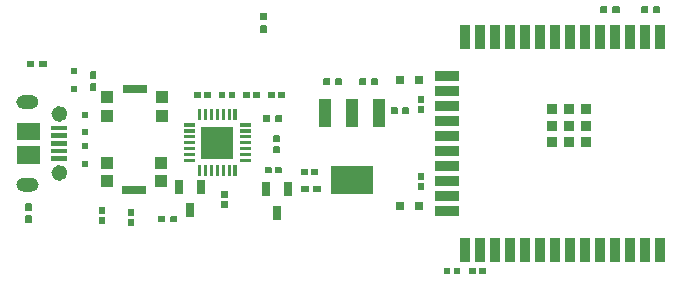
<source format=gtp>
G04 Layer: TopPasteMaskLayer*
G04 EasyEDA Pro v2.1.42.467b0aa0, 2024-01-03 14:17:13*
G04 Gerber Generator version 0.3*
G04 Scale: 100 percent, Rotated: No, Reflected: No*
G04 Dimensions in millimeters*
G04 Leading zeros omitted, absolute positions, 3 integers and 5 decimals*
%FSLAX35Y35*%
%MOMM*%
%ADD10C,0.67501*%
%ADD11R,0.95001X2.1*%
%ADD12R,2.1X0.95001*%
%ADD13R,0.9X0.9*%
%ADD14R,0.98001X2.47*%
%ADD15R,3.59999X2.47*%
%ADD16R,0.6X0.6*%
%ADD17R,0.6X0.6*%
%ADD18R,0.7026X1.25001*%
%ADD19R,0.7X1.25001*%
%ADD20R,0.8X0.8*%
%ADD21R,1.0X1.1*%
%ADD22R,2.0X0.7*%
%ADD23R,1.0X1.1*%
%ADD24R,2.0X0.7*%
G75*


G04 PolygonModel Start*
G36*
G01X4402200Y1348360D02*
G01X4132200Y1348360D01*
G01Y1618360D01*
G01X4402200D01*
G01Y1348360D01*
G37*
G36*
G01X4431185Y1200366D02*
G01X4403184Y1200366D01*
G01Y1290866D01*
G01X4431185D01*
G01Y1200366D01*
G37*
G36*
G01X4381198Y1200366D02*
G01X4353197Y1200366D01*
G01Y1290866D01*
G01X4381198D01*
G01Y1200366D01*
G37*
G36*
G01X4331185Y1200366D02*
G01X4303184Y1200366D01*
G01Y1290866D01*
G01X4331185D01*
G01Y1200366D01*
G37*
G36*
G01X4281198Y1200366D02*
G01X4253197Y1200366D01*
G01Y1290866D01*
G01X4281198D01*
G01Y1200366D01*
G37*
G36*
G01X4231185Y1200366D02*
G01X4203184Y1200366D01*
G01Y1290866D01*
G01X4231185D01*
G01Y1200366D01*
G37*
G36*
G01X4181198Y1200366D02*
G01X4153197Y1200366D01*
G01Y1290866D01*
G01X4181198D01*
G01Y1200366D01*
G37*
G36*
G01X4131186Y1200366D02*
G01X4103185Y1200366D01*
G01Y1290866D01*
G01X4131186D01*
G01Y1200366D01*
G37*
G36*
G01X4074704Y1319373D02*
G01X3984203Y1319373D01*
G01Y1347373D01*
G01X4074704D01*
G01Y1319373D01*
G37*
G36*
G01X4074704Y1369360D02*
G01X3984203Y1369360D01*
G01Y1397361D01*
G01X4074704D01*
G01Y1369360D01*
G37*
G36*
G01X4074704Y1419372D02*
G01X3984203Y1419372D01*
G01Y1447373D01*
G01X4074704D01*
G01Y1419372D01*
G37*
G36*
G01X4074704Y1469360D02*
G01X3984203Y1469360D01*
G01Y1497360D01*
G01X4074704D01*
G01Y1469360D01*
G37*
G36*
G01X4074704Y1519372D02*
G01X3984203Y1519372D01*
G01Y1547373D01*
G01X4074704D01*
G01Y1519372D01*
G37*
G36*
G01X4074704Y1569359D02*
G01X3984203Y1569359D01*
G01Y1597360D01*
G01X4074704D01*
G01Y1569359D01*
G37*
G36*
G01X4074704Y1619372D02*
G01X3984203Y1619372D01*
G01Y1647373D01*
G01X4074704D01*
G01Y1619372D01*
G37*
G36*
G01X4131186Y1675854D02*
G01X4103185Y1675854D01*
G01Y1766354D01*
G01X4131186D01*
G01Y1675854D01*
G37*
G36*
G01X4181198Y1675854D02*
G01X4153197Y1675854D01*
G01Y1766354D01*
G01X4181198D01*
G01Y1675854D01*
G37*
G36*
G01X4231185Y1675854D02*
G01X4203184Y1675854D01*
G01Y1766354D01*
G01X4231185D01*
G01Y1675854D01*
G37*
G36*
G01X4281198Y1675854D02*
G01X4253197Y1675854D01*
G01Y1766354D01*
G01X4281198D01*
G01Y1675854D01*
G37*
G36*
G01X4331185Y1675854D02*
G01X4303184Y1675854D01*
G01Y1766354D01*
G01X4331185D01*
G01Y1675854D01*
G37*
G36*
G01X4381198Y1675854D02*
G01X4353197Y1675854D01*
G01Y1766354D01*
G01X4381198D01*
G01Y1675854D01*
G37*
G36*
G01X4431185Y1675854D02*
G01X4403184Y1675854D01*
G01Y1766354D01*
G01X4431185D01*
G01Y1675854D01*
G37*
G36*
G01X4550192Y1619372D02*
G01X4459691Y1619372D01*
G01Y1647373D01*
G01X4550192D01*
G01Y1619372D01*
G37*
G36*
G01X4550192Y1569359D02*
G01X4459691Y1569359D01*
G01Y1597360D01*
G01X4550192D01*
G01Y1569359D01*
G37*
G36*
G01X4550192Y1519372D02*
G01X4459691Y1519372D01*
G01Y1547373D01*
G01X4550192D01*
G01Y1519372D01*
G37*
G36*
G01X4550192Y1469360D02*
G01X4459691Y1469360D01*
G01Y1497360D01*
G01X4550192D01*
G01Y1469360D01*
G37*
G36*
G01X4550192Y1419372D02*
G01X4459691Y1419372D01*
G01Y1447373D01*
G01X4550192D01*
G01Y1419372D01*
G37*
G36*
G01X4550192Y1369360D02*
G01X4459691Y1369360D01*
G01Y1397361D01*
G01X4550192D01*
G01Y1369360D01*
G37*
G36*
G01X4550192Y1319373D02*
G01X4459691Y1319373D01*
G01Y1347373D01*
G01X4550192D01*
G01Y1319373D01*
G37*
G36*
G01X2693998Y1187460D02*
G02X2693998Y1067468I0J-59996D01*
G01X2623983D01*
G02Y1187460I0J59996D01*
G01X2693998D01*
G37*
G36*
G01X2693998Y1887479D02*
G02X2693998Y1767492I-390J-59994D01*
G01X2623988D01*
G02Y1887479I390J59994D01*
G01X2693998D01*
G37*
G36*
G01X2991985Y1367493D02*
G01X2991985Y1327358D01*
G01X2861948D01*
G01Y1367493D01*
G01X2991985D01*
G37*
G36*
G01X2991985Y1432512D02*
G01X2991985Y1392377D01*
G01X2861948D01*
G01Y1432512D01*
G01X2991985D01*
G37*
G36*
G01X2991963Y1497467D02*
G01X2991963Y1457482D01*
G01X2861970D01*
G01Y1497467D01*
G01X2991963D01*
G37*
G36*
G01X2991985Y1562560D02*
G01X2991985Y1522428D01*
G01X2861948D01*
G01Y1562560D01*
G01X2991985D01*
G37*
G36*
G01X2991985Y1627408D02*
G01X2991985Y1587533D01*
G01X2861948D01*
G01Y1627408D01*
G01X2991985D01*
G37*
G36*
G01X2760970Y1452476D02*
G01X2760970Y1302474D01*
G01X2570978D01*
G01Y1452476D01*
G01X2760970D01*
G37*
G36*
G01X2760993Y1652478D02*
G01X2760993Y1502476D01*
G01X2571001D01*
G01Y1652478D01*
G01X2760993D01*
G37*
G36*
G01X4976678Y1069701D02*
G01X4976678Y1114702D01*
G01X4981677Y1119701D01*
G01X5034676D01*
G01X5039678Y1114702D01*
G01Y1069701D01*
G01X5034676Y1064702D01*
G01X4981677D01*
G01X4976678Y1069701D01*
G37*
G36*
G01X5079677Y1069701D02*
G01X5079677Y1114702D01*
G01X5084676Y1119701D01*
G01X5137676D01*
G01X5142677Y1114702D01*
G01Y1069701D01*
G01X5137676Y1064702D01*
G01X5084676D01*
G01X5079677Y1069701D01*
G37*
G36*
G01X3314840Y883450D02*
G01X3268840Y883450D01*
G01X3264840Y887451D01*
G01Y937514D01*
G01X3268840Y941515D01*
G01X3314840D01*
G01X3318840Y937514D01*
G01Y887451D01*
G01X3314840Y883450D01*
G37*
G36*
G01X3314840Y856450D02*
G01X3268840Y856450D01*
G01X3264840Y852449D01*
G01Y802386D01*
G01X3268840Y798386D01*
G01X3314840D01*
G01X3318840Y802386D01*
G01Y852449D01*
G01X3314840Y856450D01*
G37*
G36*
G01X3561220Y865670D02*
G01X3515220Y865670D01*
G01X3511220Y869671D01*
G01Y919734D01*
G01X3515220Y923735D01*
G01X3561220D01*
G01X3565220Y919734D01*
G01Y869671D01*
G01X3561220Y865670D01*
G37*
G36*
G01X3561220Y838670D02*
G01X3515220Y838670D01*
G01X3511220Y834669D01*
G01Y784606D01*
G01X3515220Y780606D01*
G01X3561220D01*
G01X3565220Y784606D01*
G01Y834669D01*
G01X3561220Y838670D01*
G37*
G36*
G01X4753140Y1226680D02*
G01X4753140Y1272680D01*
G01X4757141Y1276680D01*
G01X4807204D01*
G01X4811205Y1272680D01*
G01Y1226680D01*
G01X4807204Y1222680D01*
G01X4757141D01*
G01X4753140Y1226680D01*
G37*
G36*
G01X4726140Y1226680D02*
G01X4726140Y1272680D01*
G01X4722139Y1276680D01*
G01X4672076D01*
G01X4668076Y1272680D01*
G01Y1226680D01*
G01X4672076Y1222680D01*
G01X4722139D01*
G01X4726140Y1226680D01*
G37*
G36*
G01X4305160Y992340D02*
G01X4351160Y992340D01*
G01X4355160Y988339D01*
G01Y938276D01*
G01X4351160Y934276D01*
G01X4305160D01*
G01X4301160Y938276D01*
G01Y988339D01*
G01X4305160Y992340D01*
G37*
G36*
G01X4305160Y1019340D02*
G01X4351160Y1019340D01*
G01X4355160Y1023341D01*
G01Y1073404D01*
G01X4351160Y1077405D01*
G01X4305160D01*
G01X4301160Y1073404D01*
G01Y1023341D01*
G01X4305160Y1019340D01*
G37*
G36*
G01X5036020Y1257440D02*
G01X5036020Y1211440D01*
G01X5032019Y1207440D01*
G01X4981956D01*
G01X4977956Y1211440D01*
G01Y1257440D01*
G01X4981956Y1261440D01*
G01X5032019D01*
G01X5036020Y1257440D01*
G37*
G36*
G01X5063020Y1257440D02*
G01X5063020Y1211440D01*
G01X5067021Y1207440D01*
G01X5117084D01*
G01X5121085Y1211440D01*
G01Y1257440D01*
G01X5117084Y1261440D01*
G01X5067021D01*
G01X5063020Y1257440D01*
G37*
G36*
G01X4126700Y1912760D02*
G01X4126700Y1866760D01*
G01X4122699Y1862760D01*
G01X4072636D01*
G01X4068636Y1866760D01*
G01Y1912760D01*
G01X4072636Y1916760D01*
G01X4122699D01*
G01X4126700Y1912760D01*
G37*
G36*
G01X4153700Y1912760D02*
G01X4153700Y1866760D01*
G01X4157701Y1862760D01*
G01X4207764D01*
G01X4211765Y1866760D01*
G01Y1912760D01*
G01X4207764Y1916760D01*
G01X4157701D01*
G01X4153700Y1912760D01*
G37*
G36*
G01X4570260Y1866760D02*
G01X4570260Y1912760D01*
G01X4574261Y1916760D01*
G01X4624324D01*
G01X4628325Y1912760D01*
G01Y1866760D01*
G01X4624324Y1862760D01*
G01X4574261D01*
G01X4570260Y1866760D01*
G37*
G36*
G01X4543260Y1866760D02*
G01X4543260Y1912760D01*
G01X4539259Y1916760D01*
G01X4489196D01*
G01X4485196Y1912760D01*
G01Y1866760D01*
G01X4489196Y1862760D01*
G01X4539259D01*
G01X4543260Y1866760D01*
G37*
G36*
G01X4751540Y1912760D02*
G01X4751540Y1866760D01*
G01X4747539Y1862760D01*
G01X4697476D01*
G01X4693476Y1866760D01*
G01Y1912760D01*
G01X4697476Y1916760D01*
G01X4747539D01*
G01X4751540Y1912760D01*
G37*
G36*
G01X4778540Y1912760D02*
G01X4778540Y1866760D01*
G01X4782541Y1862760D01*
G01X4832604D01*
G01X4836605Y1866760D01*
G01Y1912760D01*
G01X4832604Y1916760D01*
G01X4782541D01*
G01X4778540Y1912760D01*
G37*
G36*
G01X4334980Y1912760D02*
G01X4334980Y1866760D01*
G01X4330979Y1862760D01*
G01X4280916D01*
G01X4276916Y1866760D01*
G01Y1912760D01*
G01X4280916Y1916760D01*
G01X4330979D01*
G01X4334980Y1912760D01*
G37*
G36*
G01X4361980Y1912760D02*
G01X4361980Y1866760D01*
G01X4365981Y1862760D01*
G01X4416044D01*
G01X4420045Y1866760D01*
G01Y1912760D01*
G01X4416044Y1916760D01*
G01X4365981D01*
G01X4361980Y1912760D01*
G37*
G36*
G01X3928562Y858159D02*
G01X3928562Y813158D01*
G01X3923563Y808159D01*
G01X3870564D01*
G01X3865563Y813158D01*
G01Y858159D01*
G01X3870564Y863158D01*
G01X3923563D01*
G01X3928562Y858159D01*
G37*
G36*
G01X3825563Y858159D02*
G01X3825563Y813158D01*
G01X3820564Y808159D01*
G01X3767564D01*
G01X3762563Y813158D01*
G01Y858159D01*
G01X3767564Y863158D01*
G01X3820564D01*
G01X3825563Y858159D01*
G37*
G36*
G01X3238139Y1923598D02*
G01X3193138Y1923598D01*
G01X3188139Y1928597D01*
G01Y1981596D01*
G01X3193138Y1986598D01*
G01X3238139D01*
G01X3243138Y1981596D01*
G01Y1928597D01*
G01X3238139Y1923598D01*
G37*
G36*
G01X3238139Y2026597D02*
G01X3193138Y2026597D01*
G01X3188139Y2031596D01*
G01Y2084596D01*
G01X3193138Y2089597D01*
G01X3238139D01*
G01X3243138Y2084596D01*
G01Y2031596D01*
G01X3238139Y2026597D01*
G37*
G36*
G01X6458420Y419240D02*
G01X6458420Y373240D01*
G01X6454419Y369240D01*
G01X6404356D01*
G01X6400356Y373240D01*
G01Y419240D01*
G01X6404356Y423240D01*
G01X6454419D01*
G01X6458420Y419240D01*
G37*
G36*
G01X6485420Y419240D02*
G01X6485420Y373240D01*
G01X6489421Y369240D01*
G01X6539484D01*
G01X6543485Y373240D01*
G01Y419240D01*
G01X6539484Y423240D01*
G01X6489421D01*
G01X6485420Y419240D01*
G37*
G36*
G01X6266980Y373240D02*
G01X6266980Y419240D01*
G01X6270981Y423240D01*
G01X6321044D01*
G01X6325045Y419240D01*
G01Y373240D01*
G01X6321044Y369240D01*
G01X6270981D01*
G01X6266980Y373240D01*
G37*
G36*
G01X6239980Y373240D02*
G01X6239980Y419240D01*
G01X6235979Y423240D01*
G01X6185916D01*
G01X6181916Y419240D01*
G01Y373240D01*
G01X6185916Y369240D01*
G01X6235979D01*
G01X6239980Y373240D01*
G37*
G36*
G01X5966320Y1789900D02*
G01X6012320Y1789900D01*
G01X6016320Y1785899D01*
G01Y1735836D01*
G01X6012320Y1731836D01*
G01X5966320D01*
G01X5962320Y1735836D01*
G01Y1785899D01*
G01X5966320Y1789900D01*
G37*
G36*
G01X5966320Y1816900D02*
G01X6012320Y1816900D01*
G01X6016320Y1820901D01*
G01Y1870964D01*
G01X6012320Y1874965D01*
G01X5966320D01*
G01X5962320Y1870964D01*
G01Y1820901D01*
G01X5966320Y1816900D01*
G37*
G36*
G01X6012320Y1166660D02*
G01X5966320Y1166660D01*
G01X5962320Y1170661D01*
G01Y1220724D01*
G01X5966320Y1224725D01*
G01X6012320D01*
G01X6016320Y1220724D01*
G01Y1170661D01*
G01X6012320Y1166660D01*
G37*
G36*
G01X6012320Y1139660D02*
G01X5966320Y1139660D01*
G01X5962320Y1135659D01*
G01Y1085596D01*
G01X5966320Y1081596D01*
G01X6012320D01*
G01X6016320Y1085596D01*
G01Y1135659D01*
G01X6012320Y1139660D01*
G37*
G36*
G01X4635861Y2582362D02*
G01X4680862Y2582362D01*
G01X4685861Y2577363D01*
G01Y2524364D01*
G01X4680862Y2519363D01*
G01X4635861D01*
G01X4630862Y2524364D01*
G01Y2577363D01*
G01X4635861Y2582362D01*
G37*
G36*
G01X4635861Y2479363D02*
G01X4680862Y2479363D01*
G01X4685861Y2474364D01*
G01Y2421364D01*
G01X4680862Y2416363D01*
G01X4635861D01*
G01X4630862Y2421364D01*
G01Y2474364D01*
G01X4635861Y2479363D01*
G37*
G36*
G01X5260564Y1979018D02*
G01X5260564Y2024019D01*
G01X5267561Y2029018D01*
G01X5315562D01*
G01X5320563Y2024019D01*
G01Y1979018D01*
G01X5315562Y1974019D01*
G01X5267561D01*
G01X5260564Y1979018D01*
G37*
G36*
G01X5164562Y1979018D02*
G01X5164562Y2024019D01*
G01X5169563Y2029018D01*
G01X5217561D01*
G01X5224562Y2024019D01*
G01Y1979018D01*
G01X5217561Y1974019D01*
G01X5169563D01*
G01X5164562Y1979018D01*
G37*
G36*
G01X5829524Y1735178D02*
G01X5829524Y1780179D01*
G01X5836521Y1785178D01*
G01X5884522D01*
G01X5889523Y1780179D01*
G01Y1735178D01*
G01X5884522Y1730179D01*
G01X5836521D01*
G01X5829524Y1735178D01*
G37*
G36*
G01X5733522Y1735178D02*
G01X5733522Y1780179D01*
G01X5738523Y1785178D01*
G01X5786521D01*
G01X5793522Y1780179D01*
G01Y1735178D01*
G01X5786521Y1730179D01*
G01X5738523D01*
G01X5733522Y1735178D01*
G37*
G36*
G01X5565364Y1979018D02*
G01X5565364Y2024019D01*
G01X5572361Y2029018D01*
G01X5620362D01*
G01X5625363Y2024019D01*
G01Y1979018D01*
G01X5620362Y1974019D01*
G01X5572361D01*
G01X5565364Y1979018D01*
G37*
G36*
G01X5469362Y1979018D02*
G01X5469362Y2024019D01*
G01X5474363Y2029018D01*
G01X5522361D01*
G01X5529362Y2024019D01*
G01Y1979018D01*
G01X5522361Y1974019D01*
G01X5474363D01*
G01X5469362Y1979018D01*
G37*
G36*
G01X2655118Y2126341D02*
G01X2655118Y2171342D01*
G01X2660117Y2176341D01*
G01X2713116D01*
G01X2718118Y2171342D01*
G01Y2126341D01*
G01X2713116Y2121342D01*
G01X2660117D01*
G01X2655118Y2126341D01*
G37*
G36*
G01X2758117Y2126341D02*
G01X2758117Y2171342D01*
G01X2763116Y2176341D01*
G01X2816116D01*
G01X2821117Y2171342D01*
G01Y2126341D01*
G01X2816116Y2121342D01*
G01X2763116D01*
G01X2758117Y2126341D01*
G37*
G36*
G01X4788812Y1488664D02*
G01X4743811Y1488664D01*
G01X4738812Y1495661D01*
G01Y1543662D01*
G01X4743811Y1548663D01*
G01X4788812D01*
G01X4793811Y1543662D01*
G01Y1495661D01*
G01X4788812Y1488664D01*
G37*
G36*
G01X4788812Y1392662D02*
G01X4743811Y1392662D01*
G01X4738812Y1397663D01*
G01Y1445661D01*
G01X4743811Y1452662D01*
G01X4788812D01*
G01X4793811Y1445661D01*
G01Y1397663D01*
G01X4788812Y1392662D01*
G37*
G36*
G01X4817562Y1709059D02*
G01X4817562Y1664058D01*
G01X4812563Y1659059D01*
G01X4759564D01*
G01X4754563Y1664058D01*
G01Y1709059D01*
G01X4759564Y1714058D01*
G01X4812563D01*
G01X4817562Y1709059D01*
G37*
G36*
G01X4714563Y1709059D02*
G01X4714563Y1664058D01*
G01X4709564Y1659059D01*
G01X4656564D01*
G01X4651563Y1664058D01*
G01Y1709059D01*
G01X4656564Y1714058D01*
G01X4709564D01*
G01X4714563Y1709059D01*
G37*
G36*
G01X7952964Y2588618D02*
G01X7952964Y2633619D01*
G01X7959961Y2638618D01*
G01X8007962D01*
G01X8012963Y2633619D01*
G01Y2588618D01*
G01X8007962Y2583619D01*
G01X7959961D01*
G01X7952964Y2588618D01*
G37*
G36*
G01X7856962Y2588618D02*
G01X7856962Y2633619D01*
G01X7861963Y2638618D01*
G01X7909961D01*
G01X7916962Y2633619D01*
G01Y2588618D01*
G01X7909961Y2583619D01*
G01X7861963D01*
G01X7856962Y2588618D01*
G37*
G36*
G01X7672522Y2633619D02*
G01X7672522Y2588618D01*
G01X7667523Y2583619D01*
G01X7614524D01*
G01X7609523Y2588618D01*
G01Y2633619D01*
G01X7614524Y2638618D01*
G01X7667523D01*
G01X7672522Y2633619D01*
G37*
G36*
G01X7569523Y2633619D02*
G01X7569523Y2588618D01*
G01X7564524Y2583619D01*
G01X7511524D01*
G01X7506523Y2588618D01*
G01Y2633619D01*
G01X7511524Y2638618D01*
G01X7564524D01*
G01X7569523Y2633619D01*
G37*
G36*
G01X2689499Y804728D02*
G01X2644498Y804728D01*
G01X2639499Y809727D01*
G01Y862726D01*
G01X2644498Y867728D01*
G01X2689499D01*
G01X2694498Y862726D01*
G01Y809727D01*
G01X2689499Y804728D01*
G37*
G36*
G01X2689499Y907727D02*
G01X2644498Y907727D01*
G01X2639499Y912726D01*
G01Y965726D01*
G01X2644498Y970727D01*
G01X2689499D01*
G01X2694498Y965726D01*
G01Y912726D01*
G01X2689499Y907727D01*
G37*
G04 PolygonModel End*

G04 Circle Start*
G54D10*
G01X2895227Y1727497D02*
G03X2962730Y1727497I33752J0D01*
G03X2895227I-33752J0D01*
G01X2895227Y1227501D02*
G03X2962730Y1227501I33752J0D01*
G03X2895227I-33752J0D01*
G04 Circle End*

G04 Pad Start*
G54D11*
G01X8012252Y2378291D03*
G01X7885252Y2378291D03*
G01X7758252Y2378291D03*
G01X7631252Y2378291D03*
G01X7504252Y2378291D03*
G01X7377252Y2378291D03*
G01X7250252Y2378291D03*
G01X7123252Y2378291D03*
G01X6996252Y2378291D03*
G01X6869252Y2378291D03*
G01X6742252Y2378291D03*
G01X6615252Y2378291D03*
G01X6488252Y2378291D03*
G01X6361252Y2378291D03*
G54D12*
G01X6211748Y2049767D03*
G01X6211748Y1922767D03*
G01X6211748Y1795767D03*
G01X6211748Y1668767D03*
G01X6211748Y1541767D03*
G01X6211748Y1414767D03*
G01X6211748Y1287767D03*
G01X6211748Y1160767D03*
G01X6211748Y1033767D03*
G01X6211748Y906767D03*
G54D11*
G01X6361252Y578269D03*
G01X6488252Y578269D03*
G01X6615252Y578269D03*
G01X6742252Y578269D03*
G01X6869252Y578269D03*
G01X6996252Y578269D03*
G01X7123252Y578269D03*
G01X7250252Y578269D03*
G01X7377252Y578269D03*
G01X7504252Y578269D03*
G01X7631252Y578269D03*
G01X7758252Y578269D03*
G01X7885252Y578269D03*
G01X8012252Y578269D03*
G54D13*
G01X7244156Y1628305D03*
G01X7244156Y1768285D03*
G01X7244156Y1488275D03*
G01X7384161Y1488275D03*
G01X7384161Y1628280D03*
G01X7384161Y1768285D03*
G01X7104151Y1768285D03*
G01X7104151Y1628280D03*
G01X7104151Y1488275D03*
G54D14*
G01X5635117Y1736369D03*
G01X5405120Y1736369D03*
G01X5175123Y1736369D03*
G54D15*
G01X5405120Y1169391D03*
G54D16*
G01X3053080Y1936687D03*
G54D17*
G01X3053080Y2086674D03*
G54D16*
G01X3149600Y1570927D03*
G54D17*
G01X3149600Y1720914D03*
G01X3149600Y1456754D03*
G54D16*
G01X3149600Y1306767D03*
G54D19*
G01X4865116Y1090600D03*
G01X4675124Y1090600D03*
G01X4770120Y890600D03*
G01X4128516Y1112190D03*
G01X3938524Y1112190D03*
G01X4033520Y912190D03*
G54D20*
G01X5972747Y2017103D03*
G01X5812854Y2016417D03*
G54D21*
G01X3791077Y1155065D03*
G01X3331083Y1155065D03*
G01X3791077Y1315085D03*
G01X3331083Y1315085D03*
G54D22*
G01X3561080Y1082675D03*
G54D23*
G01X3336163Y1867535D03*
G01X3796157Y1867535D03*
G01X3336163Y1707515D03*
G01X3796157Y1707515D03*
G54D24*
G01X3566160Y1939925D03*
G54D20*
G01X5972747Y945223D03*
G01X5812854Y944537D03*
G04 Pad End*

M02*

</source>
